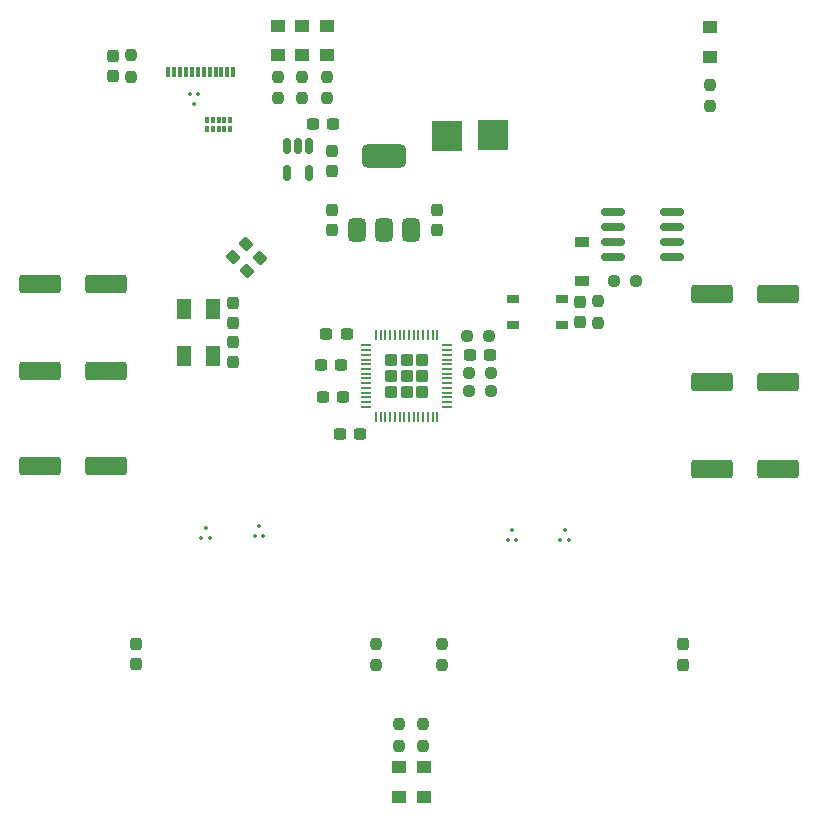
<source format=gbr>
%TF.GenerationSoftware,KiCad,Pcbnew,9.0.0*%
%TF.CreationDate,2025-04-26T11:07:04+02:00*%
%TF.ProjectId,linkertron,6c696e6b-6572-4747-926f-6e2e6b696361,v2*%
%TF.SameCoordinates,Original*%
%TF.FileFunction,Paste,Top*%
%TF.FilePolarity,Positive*%
%FSLAX46Y46*%
G04 Gerber Fmt 4.6, Leading zero omitted, Abs format (unit mm)*
G04 Created by KiCad (PCBNEW 9.0.0) date 2025-04-26 11:07:04*
%MOMM*%
%LPD*%
G01*
G04 APERTURE LIST*
G04 Aperture macros list*
%AMRoundRect*
0 Rectangle with rounded corners*
0 $1 Rounding radius*
0 $2 $3 $4 $5 $6 $7 $8 $9 X,Y pos of 4 corners*
0 Add a 4 corners polygon primitive as box body*
4,1,4,$2,$3,$4,$5,$6,$7,$8,$9,$2,$3,0*
0 Add four circle primitives for the rounded corners*
1,1,$1+$1,$2,$3*
1,1,$1+$1,$4,$5*
1,1,$1+$1,$6,$7*
1,1,$1+$1,$8,$9*
0 Add four rect primitives between the rounded corners*
20,1,$1+$1,$2,$3,$4,$5,0*
20,1,$1+$1,$4,$5,$6,$7,0*
20,1,$1+$1,$6,$7,$8,$9,0*
20,1,$1+$1,$8,$9,$2,$3,0*%
G04 Aperture macros list end*
%ADD10RoundRect,0.237500X0.237500X-0.300000X0.237500X0.300000X-0.237500X0.300000X-0.237500X-0.300000X0*%
%ADD11R,1.250000X1.100000*%
%ADD12RoundRect,0.237500X0.250000X0.237500X-0.250000X0.237500X-0.250000X-0.237500X0.250000X-0.237500X0*%
%ADD13RoundRect,0.237500X0.237500X-0.250000X0.237500X0.250000X-0.237500X0.250000X-0.237500X-0.250000X0*%
%ADD14RoundRect,0.237500X-0.237500X0.250000X-0.237500X-0.250000X0.237500X-0.250000X0.237500X0.250000X0*%
%ADD15R,1.050000X0.650000*%
%ADD16RoundRect,0.075000X-0.075000X-0.075000X0.075000X-0.075000X0.075000X0.075000X-0.075000X0.075000X0*%
%ADD17RoundRect,0.250000X-1.500000X-0.550000X1.500000X-0.550000X1.500000X0.550000X-1.500000X0.550000X0*%
%ADD18RoundRect,0.237500X-0.237500X0.300000X-0.237500X-0.300000X0.237500X-0.300000X0.237500X0.300000X0*%
%ADD19RoundRect,0.075000X0.075000X0.075000X-0.075000X0.075000X-0.075000X-0.075000X0.075000X-0.075000X0*%
%ADD20RoundRect,0.237500X0.300000X0.237500X-0.300000X0.237500X-0.300000X-0.237500X0.300000X-0.237500X0*%
%ADD21RoundRect,0.237500X0.380070X-0.044194X-0.044194X0.380070X-0.380070X0.044194X0.044194X-0.380070X0*%
%ADD22RoundRect,0.237500X-0.250000X-0.237500X0.250000X-0.237500X0.250000X0.237500X-0.250000X0.237500X0*%
%ADD23RoundRect,0.150000X-0.150000X0.512500X-0.150000X-0.512500X0.150000X-0.512500X0.150000X0.512500X0*%
%ADD24RoundRect,0.375000X0.375000X-0.625000X0.375000X0.625000X-0.375000X0.625000X-0.375000X-0.625000X0*%
%ADD25RoundRect,0.500000X1.400000X-0.500000X1.400000X0.500000X-1.400000X0.500000X-1.400000X-0.500000X0*%
%ADD26RoundRect,0.150000X-0.825000X-0.150000X0.825000X-0.150000X0.825000X0.150000X-0.825000X0.150000X0*%
%ADD27R,1.200000X1.800000*%
%ADD28RoundRect,0.237500X-0.300000X-0.237500X0.300000X-0.237500X0.300000X0.237500X-0.300000X0.237500X0*%
%ADD29R,0.300000X0.900000*%
%ADD30RoundRect,0.075000X0.075000X0.200000X-0.075000X0.200000X-0.075000X-0.200000X0.075000X-0.200000X0*%
%ADD31R,1.220000X0.910000*%
%ADD32RoundRect,0.250000X1.500000X0.550000X-1.500000X0.550000X-1.500000X-0.550000X1.500000X-0.550000X0*%
%ADD33R,2.500000X2.500000*%
%ADD34RoundRect,0.250000X-0.285000X-0.285000X0.285000X-0.285000X0.285000X0.285000X-0.285000X0.285000X0*%
%ADD35RoundRect,0.050000X-0.350000X-0.050000X0.350000X-0.050000X0.350000X0.050000X-0.350000X0.050000X0*%
%ADD36RoundRect,0.050000X-0.050000X-0.350000X0.050000X-0.350000X0.050000X0.350000X-0.050000X0.350000X0*%
G04 APERTURE END LIST*
D10*
%TO.C,C501*%
X165800000Y-142462501D03*
X165800000Y-140737499D03*
%TD*%
D11*
%TO.C,D202*%
X143900000Y-151150000D03*
X143900000Y-153650000D03*
%TD*%
D12*
%TO.C,R306*%
X149362500Y-114650000D03*
X147537500Y-114650000D03*
%TD*%
D13*
%TO.C,R201*%
X143800000Y-149312500D03*
X143800000Y-147487500D03*
%TD*%
%TO.C,R501*%
X145400000Y-142512500D03*
X145400000Y-140687500D03*
%TD*%
D14*
%TO.C,R204*%
X168100000Y-93337500D03*
X168100000Y-95162500D03*
%TD*%
D15*
%TO.C,SW301*%
X151425000Y-111525000D03*
X155575000Y-111525000D03*
X151425000Y-113675000D03*
X155575000Y-113675000D03*
%TD*%
D16*
%TO.C,U306*%
X151000000Y-131925000D03*
X151700000Y-131925000D03*
X151350000Y-131075000D03*
%TD*%
D12*
%TO.C,R302*%
X149554902Y-119264536D03*
X147729902Y-119264536D03*
%TD*%
D17*
%TO.C,C202*%
X111400000Y-110200000D03*
X117000000Y-110200000D03*
%TD*%
D11*
%TO.C,D206*%
X133600000Y-90850000D03*
X133600000Y-88350000D03*
%TD*%
D14*
%TO.C,R301*%
X119050000Y-90837500D03*
X119050000Y-92662500D03*
%TD*%
D11*
%TO.C,D207*%
X135700000Y-90850000D03*
X135700000Y-88350000D03*
%TD*%
D17*
%TO.C,C206*%
X111400000Y-117600000D03*
X117000000Y-117600000D03*
%TD*%
D16*
%TO.C,U307*%
X155450000Y-131925000D03*
X156150000Y-131925000D03*
X155800000Y-131075000D03*
%TD*%
D18*
%TO.C,C303*%
X127700000Y-111837499D03*
X127700000Y-113562501D03*
%TD*%
D10*
%TO.C,C209*%
X136150000Y-100675002D03*
X136150000Y-98950000D03*
%TD*%
D19*
%TO.C,U302*%
X124762500Y-94097500D03*
X124062500Y-94097500D03*
X124412500Y-94947500D03*
%TD*%
D11*
%TO.C,D205*%
X168100000Y-91000000D03*
X168100000Y-88500000D03*
%TD*%
D16*
%TO.C,U304*%
X125050000Y-131725000D03*
X125750000Y-131725000D03*
X125400000Y-130875000D03*
%TD*%
D20*
%TO.C,C312*%
X137062501Y-119800000D03*
X135337499Y-119800000D03*
%TD*%
D21*
%TO.C,C305*%
X128909880Y-109159880D03*
X127690120Y-107940120D03*
%TD*%
D10*
%TO.C,C210*%
X144975000Y-105650001D03*
X144975000Y-103924999D03*
%TD*%
D22*
%TO.C,R203*%
X159987500Y-110000000D03*
X161812500Y-110000000D03*
%TD*%
D23*
%TO.C,U201*%
X134200000Y-98512500D03*
X133250000Y-98512500D03*
X132300000Y-98512500D03*
X132300000Y-100787500D03*
X134200000Y-100787500D03*
%TD*%
D18*
%TO.C,C302*%
X127700000Y-115137499D03*
X127700000Y-116862501D03*
%TD*%
D13*
%TO.C,R401*%
X139800000Y-142512500D03*
X139800000Y-140687500D03*
%TD*%
D14*
%TO.C,R307*%
X131500000Y-92687500D03*
X131500000Y-94512500D03*
%TD*%
D18*
%TO.C,C307*%
X157100000Y-111737499D03*
X157100000Y-113462501D03*
%TD*%
D14*
%TO.C,R308*%
X158650000Y-111687500D03*
X158650000Y-113512500D03*
%TD*%
D24*
%TO.C,U202*%
X138200000Y-105650000D03*
X140500000Y-105650000D03*
D25*
X140500000Y-99350000D03*
D24*
X142800000Y-105650000D03*
%TD*%
D26*
%TO.C,Q201*%
X159925000Y-104095000D03*
X159925000Y-105365000D03*
X159925000Y-106635000D03*
X159925000Y-107905000D03*
X164875000Y-107905000D03*
X164875000Y-106635000D03*
X164875000Y-105365000D03*
X164875000Y-104095000D03*
%TD*%
D13*
%TO.C,R202*%
X141800000Y-149312500D03*
X141800000Y-147487500D03*
%TD*%
D27*
%TO.C,Y301*%
X126000001Y-116300000D03*
X126000001Y-112300000D03*
X123599999Y-112300000D03*
X123599999Y-116300000D03*
%TD*%
D28*
%TO.C,C304*%
X147779901Y-116264536D03*
X149504903Y-116264536D03*
%TD*%
D11*
%TO.C,D301*%
X131500000Y-90850000D03*
X131500000Y-88350000D03*
%TD*%
D14*
%TO.C,R205*%
X133600000Y-92687500D03*
X133600000Y-94512500D03*
%TD*%
D22*
%TO.C,R303*%
X147729902Y-117764536D03*
X149554902Y-117764536D03*
%TD*%
D10*
%TO.C,C208*%
X136075000Y-105650001D03*
X136075000Y-103924999D03*
%TD*%
D20*
%TO.C,C321*%
X137362501Y-114450000D03*
X135637499Y-114450000D03*
%TD*%
D18*
%TO.C,C301*%
X117550000Y-90887499D03*
X117550000Y-92612501D03*
%TD*%
D28*
%TO.C,C207*%
X134487500Y-96650000D03*
X136212500Y-96650000D03*
%TD*%
D29*
%TO.C,J301*%
X127750000Y-92302500D03*
X127250000Y-92302500D03*
X126750000Y-92302500D03*
X126250000Y-92302500D03*
X125750000Y-92302500D03*
X125250000Y-92302500D03*
X124750000Y-92302500D03*
X124250000Y-92302500D03*
X123750000Y-92302500D03*
X123250000Y-92302500D03*
X122750000Y-92302500D03*
X122250000Y-92302500D03*
%TD*%
D16*
%TO.C,U305*%
X129550000Y-131525000D03*
X130250000Y-131525000D03*
X129900000Y-130675000D03*
%TD*%
D20*
%TO.C,C316*%
X138512501Y-122950000D03*
X136787499Y-122950000D03*
%TD*%
D10*
%TO.C,C401*%
X119500000Y-142425002D03*
X119500000Y-140700000D03*
%TD*%
D11*
%TO.C,D203*%
X141800000Y-151150000D03*
X141800000Y-153650000D03*
%TD*%
D30*
%TO.C,U301*%
X127500000Y-96300000D03*
X127000000Y-96299999D03*
X126500000Y-96300000D03*
X126000000Y-96299999D03*
X125500000Y-96300000D03*
X125500000Y-97070000D03*
X126000000Y-97070001D03*
X126500000Y-97070000D03*
X127000000Y-97070001D03*
X127500000Y-97070000D03*
%TD*%
D31*
%TO.C,D204*%
X157300000Y-106665000D03*
X157300000Y-109935000D03*
%TD*%
D32*
%TO.C,C201*%
X173900000Y-111100000D03*
X168300000Y-111100000D03*
%TD*%
%TO.C,C203*%
X173900000Y-125900000D03*
X168300000Y-125900000D03*
%TD*%
D33*
%TO.C,D201*%
X149750000Y-97650000D03*
X145850000Y-97700000D03*
%TD*%
D14*
%TO.C,R206*%
X135700000Y-92687500D03*
X135700000Y-94512500D03*
%TD*%
D17*
%TO.C,C204*%
X111400000Y-125600000D03*
X117000000Y-125600000D03*
%TD*%
D20*
%TO.C,C309*%
X136912501Y-117050000D03*
X135187499Y-117050000D03*
%TD*%
D21*
%TO.C,C306*%
X130009880Y-108059880D03*
X128790120Y-106840120D03*
%TD*%
D34*
%TO.C,U303*%
X141095000Y-116695000D03*
X141095000Y-118025000D03*
X141095000Y-119355000D03*
X142425000Y-116695000D03*
X142425000Y-118025000D03*
X142425000Y-119355000D03*
X143755000Y-116695000D03*
X143755000Y-118025000D03*
X143755000Y-119355000D03*
D35*
X138975000Y-115425000D03*
X138975000Y-115825000D03*
X138975000Y-116225000D03*
X138975000Y-116625000D03*
X138975000Y-117025000D03*
X138975000Y-117425000D03*
X138975000Y-117825000D03*
X138975000Y-118225000D03*
X138975000Y-118625000D03*
X138975000Y-119025000D03*
X138975000Y-119425000D03*
X138975000Y-119825000D03*
X138975000Y-120225000D03*
X138975000Y-120625000D03*
D36*
X139825000Y-121475000D03*
X140225000Y-121475000D03*
X140625000Y-121475000D03*
X141025000Y-121475000D03*
X141425000Y-121475000D03*
X141825000Y-121475000D03*
X142225000Y-121475000D03*
X142625000Y-121475000D03*
X143025000Y-121475000D03*
X143425000Y-121475000D03*
X143825000Y-121475000D03*
X144225000Y-121475000D03*
X144625000Y-121475000D03*
X145025000Y-121475000D03*
D35*
X145875000Y-120625000D03*
X145875000Y-120225000D03*
X145875000Y-119825000D03*
X145875000Y-119425000D03*
X145875000Y-119025000D03*
X145875000Y-118625000D03*
X145875000Y-118225000D03*
X145875000Y-117825000D03*
X145875000Y-117425000D03*
X145875000Y-117025000D03*
X145875000Y-116625000D03*
X145875000Y-116225000D03*
X145875000Y-115825000D03*
X145875000Y-115425000D03*
D36*
X145025000Y-114575000D03*
X144625000Y-114575000D03*
X144225000Y-114575000D03*
X143825000Y-114575000D03*
X143425000Y-114575000D03*
X143025000Y-114575000D03*
X142625000Y-114575000D03*
X142225000Y-114575000D03*
X141825000Y-114575000D03*
X141425000Y-114575000D03*
X141025000Y-114575000D03*
X140625000Y-114575000D03*
X140225000Y-114575000D03*
X139825000Y-114575000D03*
%TD*%
D32*
%TO.C,C205*%
X173900000Y-118500000D03*
X168300000Y-118500000D03*
%TD*%
M02*

</source>
